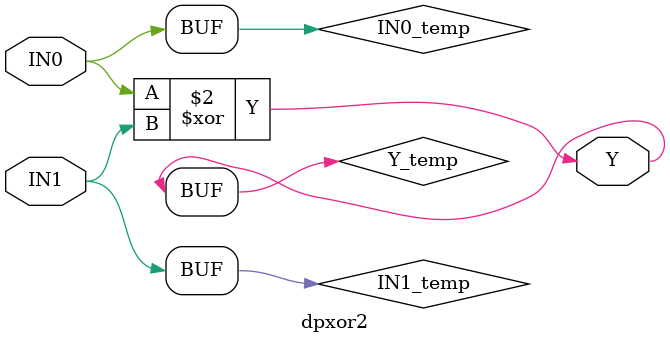
<source format=v>
module dpxor2(IN0,IN1,Y);
  parameter BIT = 0;
  parameter COLINST = "0";
  parameter GROUP = "dpath1";
  parameter
        d_IN0_r = 0,
        d_IN0_f = 0,
        d_IN1_r = 0,
        d_IN1_f = 0,
        d_Y_r = 1,
        d_Y_f = 1;
  input  IN0;
  input  IN1;
  output  Y;
  wire  IN0_temp;
  wire  IN1_temp;
  reg  Y_temp;
  assign #(d_IN0_r,d_IN0_f) IN0_temp = IN0;
  assign #(d_IN1_r,d_IN1_f) IN1_temp = IN1;
  assign #(d_Y_r,d_Y_f) Y = Y_temp;
  always
    @(IN0_temp or IN1_temp)
      Y_temp = (IN0_temp ^ IN1_temp);
endmodule

</source>
